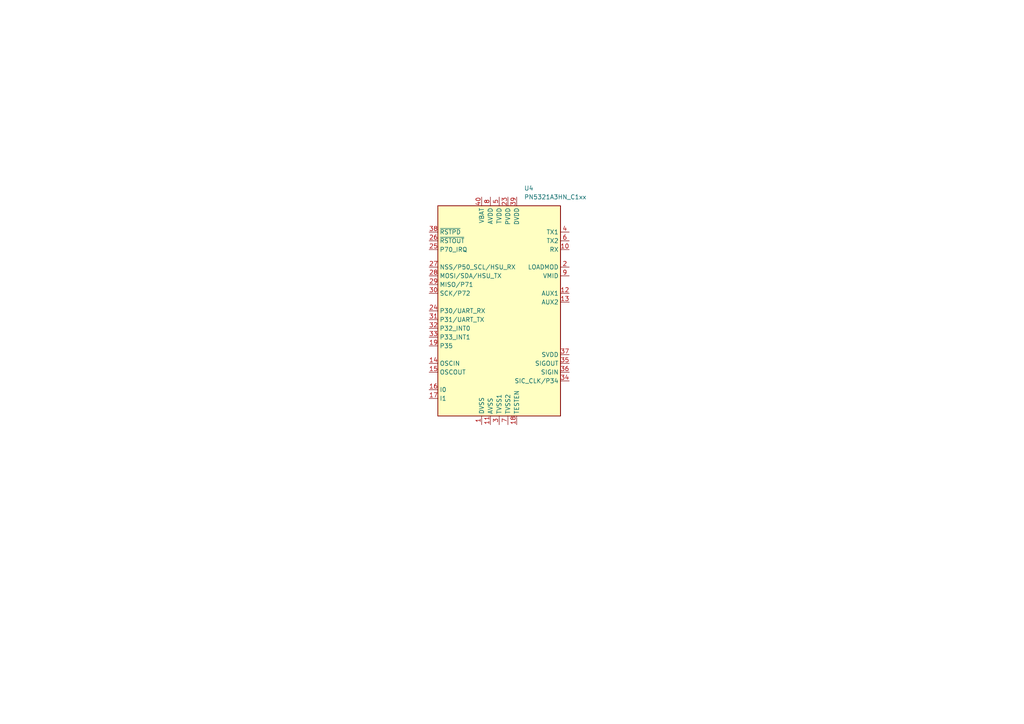
<source format=kicad_sch>
(kicad_sch (version 20250114) (generator "eeschema") (generator_version "9.0")
  (paper "A4")
  (lib_symbols
    (symbol "RF_NFC:PN5321A3HN_C1xx"
      (property "Reference" "U" (at -15.24 31.75 0))
      (property "Value" "PN5321A3HN_C1xx" (at 15.24 31.75 0))
      (symbol "PN5321A3HN_C1xx_0_1"
        (rectangle (start -17.78 30.48) (end 17.78 -30.48) (stroke (width 0.254)) (fill (type background)))
      )
      (symbol "PN5321A3HN_C1xx_1_1"
        (pin input line (at -20.32 22.86 0) (length 2.54) (name "~{RSTPD}") (number "38"))
        (pin output line (at -20.32 20.32 0) (length 2.54) (name "~{RSTOUT}") (number "26"))
        (pin bidirectional line (at -20.32 17.78 0) (length 2.54) (name "P70_IRQ") (number "25"))
        (pin bidirectional line (at -20.32 12.7 0) (length 2.54) (name "NSS/P50_SCL/HSU_RX") (number "27"))
        (pin bidirectional line (at -20.32 10.16 0) (length 2.54) (name "MOSI/SDA/HSU_TX") (number "28"))
        (pin bidirectional line (at -20.32 7.62 0) (length 2.54) (name "MISO/P71") (number "29"))
        (pin bidirectional line (at -20.32 5.08 0) (length 2.54) (name "SCK/P72") (number "30"))
        (pin bidirectional line (at -20.32 0 0) (length 2.54) (name "P30/UART_RX") (number "24"))
        (pin bidirectional line (at -20.32 -2.54 0) (length 2.54) (name "P31/UART_TX") (number "31"))
        (pin bidirectional line (at -20.32 -5.08 0) (length 2.54) (name "P32_INT0") (number "32"))
        (pin bidirectional line (at -20.32 -7.62 0) (length 2.54) (name "P33_INT1") (number "33"))
        (pin bidirectional line (at -20.32 -10.16 0) (length 2.54) (name "P35") (number "19"))
        (pin input line (at -20.32 -15.24 0) (length 2.54) (name "OSCIN") (number "14"))
        (pin output line (at -20.32 -17.78 0) (length 2.54) (name "OSCOUT") (number "15"))
        (pin passive line (at -20.32 -22.86 0) (length 2.54) (name "I0") (number "16"))
        (pin passive line (at -20.32 -25.4 0) (length 2.54) (name "I1") (number "17"))
        (pin power_in line (at -5.08 33.02 270) (length 2.54) (name "VBAT") (number "40"))
        (pin power_in line (at -5.08 -33.02 90) (length 2.54) (name "DVSS") (number "1"))
        (pin power_in line (at -2.54 33.02 270) (length 2.54) (name "AVDD") (number "8"))
        (pin power_in line (at -2.54 -33.02 90) (length 2.54) (name "AVSS") (number "11"))
        (pin passive line (at -2.54 -33.02 90) (length 2.54) (hide yes) (name "AVSS") (number "41"))
        (pin power_in line (at 0 33.02 270) (length 2.54) (name "TVDD") (number "5"))
        (pin power_in line (at 0 -33.02 90) (length 2.54) (name "TVSS1") (number "3"))
        (pin power_in line (at 2.54 33.02 270) (length 2.54) (name "PVDD") (number "23"))
        (pin power_in line (at 2.54 -33.02 90) (length 2.54) (name "TVSS2") (number "7"))
        (pin power_out line (at 5.08 33.02 270) (length 2.54) (name "DVDD") (number "39"))
        (pin passive line (at 5.08 -33.02 90) (length 2.54) (name "TESTEN") (number "18"))
        (pin no_connect line (at 17.78 -2.54 180) (length 2.54) (hide yes) (name "N.C.") (number "20"))
        (pin no_connect line (at 17.78 -5.08 180) (length 2.54) (hide yes) (name "N.C.") (number "21"))
        (pin no_connect line (at 17.78 -7.62 180) (length 2.54) (hide yes) (name "N.C.") (number "22"))
        (pin output line (at 20.32 22.86 180) (length 2.54) (name "TX1") (number "4"))
        (pin output line (at 20.32 20.32 180) (length 2.54) (name "TX2") (number "6"))
        (pin input line (at 20.32 17.78 180) (length 2.54) (name "RX") (number "10"))
        (pin output line (at 20.32 12.7 180) (length 2.54) (name "LOADMOD") (number "2"))
        (pin output line (at 20.32 10.16 180) (length 2.54) (name "VMID") (number "9"))
        (pin output line (at 20.32 5.08 180) (length 2.54) (name "AUX1") (number "12"))
        (pin output line (at 20.32 2.54 180) (length 2.54) (name "AUX2") (number "13"))
        (pin output line (at 20.32 -12.7 180) (length 2.54) (name "SVDD") (number "37"))
        (pin output line (at 20.32 -15.24 180) (length 2.54) (name "SIGOUT") (number "35"))
        (pin input line (at 20.32 -17.78 180) (length 2.54) (name "SIGIN") (number "36"))
        (pin bidirectional line (at 20.32 -20.32 180) (length 2.54) (name "SIC_CLK/P34") (number "34"))
      )
    )
  )
  (symbol (lib_id "RF_NFC:PN5321A3HN_C1xx") (at 144.78 90.17 0) (unit 1)
    (property "Reference" "U4" (at 152.0033 54.61 0) (effects (justify left)))
    (property "Value" "PN5321A3HN_C1xx" (at 152.0033 57.15 0) (effects (justify left)))
    (property "Footprint" "Package_DFN_QFN:HVQFN-40-1EP_6x6mm_P0.5mm_EP4.1x4.1mm" (effects (hide yes)))
    (property "Datasheet" "https://www.nxp.com/docs/en/nxp/data-sheets/PN532_C1.pdf" (effects (hide yes)))
    (property "Description" "Near Field Communication (NFC) controller, QFN-40" (effects (hide yes)))
  )
)
</source>
